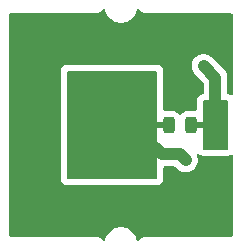
<source format=gbr>
%TF.GenerationSoftware,KiCad,Pcbnew,9.0.3*%
%TF.CreationDate,2025-07-12T02:05:34+02:00*%
%TF.ProjectId,ialed,69616c65-642e-46b6-9963-61645f706362,rev?*%
%TF.SameCoordinates,Original*%
%TF.FileFunction,Copper,L2,Bot*%
%TF.FilePolarity,Positive*%
%FSLAX46Y46*%
G04 Gerber Fmt 4.6, Leading zero omitted, Abs format (unit mm)*
G04 Created by KiCad (PCBNEW 9.0.3) date 2025-07-12 02:05:34*
%MOMM*%
%LPD*%
G01*
G04 APERTURE LIST*
G04 Aperture macros list*
%AMRoundRect*
0 Rectangle with rounded corners*
0 $1 Rounding radius*
0 $2 $3 $4 $5 $6 $7 $8 $9 X,Y pos of 4 corners*
0 Add a 4 corners polygon primitive as box body*
4,1,4,$2,$3,$4,$5,$6,$7,$8,$9,$2,$3,0*
0 Add four circle primitives for the rounded corners*
1,1,$1+$1,$2,$3*
1,1,$1+$1,$4,$5*
1,1,$1+$1,$6,$7*
1,1,$1+$1,$8,$9*
0 Add four rect primitives between the rounded corners*
20,1,$1+$1,$2,$3,$4,$5,0*
20,1,$1+$1,$4,$5,$6,$7,0*
20,1,$1+$1,$6,$7,$8,$9,0*
20,1,$1+$1,$8,$9,$2,$3,0*%
G04 Aperture macros list end*
%TA.AperFunction,Conductor*%
%ADD10C,0.200000*%
%TD*%
%TA.AperFunction,SMDPad,CuDef*%
%ADD11RoundRect,0.243750X-0.243750X-0.456250X0.243750X-0.456250X0.243750X0.456250X-0.243750X0.456250X0*%
%TD*%
%TA.AperFunction,ViaPad*%
%ADD12C,0.600000*%
%TD*%
%TA.AperFunction,Conductor*%
%ADD13C,1.000000*%
%TD*%
%TA.AperFunction,Conductor*%
%ADD14C,0.500000*%
%TD*%
G04 APERTURE END LIST*
%TO.N,Net-(D1-K)*%
D10*
X5500000Y-5500000D02*
X13000000Y-5500000D01*
X13000000Y-14500000D01*
X5500000Y-14500000D01*
X5500000Y-5500000D01*
%TA.AperFunction,Conductor*%
G36*
X5500000Y-5500000D02*
G01*
X13000000Y-5500000D01*
X13000000Y-14500000D01*
X5500000Y-14500000D01*
X5500000Y-5500000D01*
G37*
%TD.AperFunction*%
%TO.N,Net-(D1-A)*%
X17000000Y-8000000D02*
X19000000Y-8000000D01*
X19000000Y-12000000D01*
X17000000Y-12000000D01*
X17000000Y-8000000D01*
%TA.AperFunction,Conductor*%
G36*
X17000000Y-8000000D02*
G01*
X19000000Y-8000000D01*
X19000000Y-12000000D01*
X17000000Y-12000000D01*
X17000000Y-8000000D01*
G37*
%TD.AperFunction*%
%TD*%
D11*
%TO.P,D1,1,K*%
%TO.N,Net-(D1-K)*%
X14062500Y-10000000D03*
%TO.P,D1,2,A*%
%TO.N,Net-(D1-A)*%
X15937500Y-10000000D03*
%TD*%
D12*
%TO.N,Net-(D1-K)*%
X15500000Y-13000000D03*
X15000000Y-12500000D03*
%TO.N,Net-(D1-A)*%
X17500000Y-10000000D03*
X18000000Y-9500000D03*
X18000000Y-8500000D03*
%TO.N,GND*%
X18000000Y-2000000D03*
X18000000Y-3500000D03*
X15500000Y-7500000D03*
X14000000Y-7500000D03*
X18000000Y-17500000D03*
X18000000Y-15500000D03*
X18000000Y-13000000D03*
X9500000Y-17000000D03*
X7500000Y-17000000D03*
X5500000Y-17000000D03*
X2500000Y-13000000D03*
X2500000Y-11500000D03*
X2500000Y-10000000D03*
X2500000Y-8500000D03*
X2500000Y-7000000D03*
X8500000Y-4000000D03*
X6537983Y-4000000D03*
X5000000Y-4000000D03*
%TO.N,Net-(D1-K)*%
X14000000Y-12500000D03*
X13000000Y-12000000D03*
X12250000Y-11250000D03*
X12500000Y-10000000D03*
%TO.N,Net-(D1-A)*%
X18000000Y-7500000D03*
X18000000Y-6000000D03*
X17000000Y-5000000D03*
%TD*%
D13*
%TO.N,Net-(D1-A)*%
X18000000Y-9500000D02*
X18000000Y-6000000D01*
X18000000Y-6000000D02*
X17000000Y-5000000D01*
%TO.N,Net-(D1-K)*%
X13500000Y-12500000D02*
X15000000Y-12500000D01*
X15000000Y-12500000D02*
X15500000Y-13000000D01*
X12250000Y-11250000D02*
X13500000Y-12500000D01*
D14*
X14062500Y-10000000D02*
X12500000Y-10000000D01*
%TO.N,Net-(D1-A)*%
X17000000Y-10000000D02*
X15937500Y-10000000D01*
%TD*%
%TA.AperFunction,Conductor*%
%TO.N,GND*%
G36*
X8629839Y-193381D02*
G01*
X8670367Y-250296D01*
X8675660Y-271454D01*
X8681339Y-307314D01*
X8682754Y-316243D01*
X8743119Y-502027D01*
X8748444Y-518414D01*
X8844951Y-707820D01*
X8969890Y-879786D01*
X9120213Y-1030109D01*
X9292179Y-1155048D01*
X9292181Y-1155049D01*
X9292184Y-1155051D01*
X9481588Y-1251557D01*
X9683757Y-1317246D01*
X9893713Y-1350500D01*
X9893714Y-1350500D01*
X10106286Y-1350500D01*
X10106287Y-1350500D01*
X10316243Y-1317246D01*
X10518412Y-1251557D01*
X10707816Y-1155051D01*
X10729789Y-1139086D01*
X10879786Y-1030109D01*
X10879788Y-1030106D01*
X10879792Y-1030104D01*
X11030104Y-879792D01*
X11030106Y-879788D01*
X11030109Y-879786D01*
X11155048Y-707820D01*
X11155047Y-707820D01*
X11155051Y-707816D01*
X11251557Y-518412D01*
X11317246Y-316243D01*
X11324340Y-271452D01*
X11354266Y-208321D01*
X11413577Y-171389D01*
X11483440Y-172385D01*
X11541673Y-210994D01*
X11554199Y-228851D01*
X11599500Y-307314D01*
X11692686Y-400500D01*
X11806814Y-466392D01*
X11934108Y-500500D01*
X12065892Y-500500D01*
X19134108Y-500500D01*
X19190243Y-500500D01*
X19209640Y-502027D01*
X19225080Y-504472D01*
X19273154Y-512086D01*
X19310046Y-524073D01*
X19358544Y-548783D01*
X19389929Y-571586D01*
X19428413Y-610070D01*
X19451217Y-641457D01*
X19475925Y-689950D01*
X19487913Y-726845D01*
X19497973Y-790358D01*
X19499500Y-809757D01*
X19499500Y-7380214D01*
X19479815Y-7447253D01*
X19427011Y-7493008D01*
X19357853Y-7502952D01*
X19313501Y-7487602D01*
X19231784Y-7440423D01*
X19231785Y-7440423D01*
X19143044Y-7416645D01*
X19092405Y-7403076D01*
X19032746Y-7366712D01*
X19002217Y-7303865D01*
X19000500Y-7283302D01*
X19000500Y-6104675D01*
X19000501Y-6104654D01*
X19000501Y-5901457D01*
X19000500Y-5901455D01*
X18962053Y-5708172D01*
X18962052Y-5708165D01*
X18886632Y-5526086D01*
X18886631Y-5526085D01*
X18886628Y-5526079D01*
X18777140Y-5362219D01*
X18777137Y-5362215D01*
X17637784Y-4222863D01*
X17637780Y-4222860D01*
X17473920Y-4113372D01*
X17473910Y-4113367D01*
X17291836Y-4037949D01*
X17291828Y-4037947D01*
X17098543Y-3999500D01*
X17098540Y-3999500D01*
X16901460Y-3999500D01*
X16901457Y-3999500D01*
X16708171Y-4037947D01*
X16708163Y-4037949D01*
X16526089Y-4113367D01*
X16526079Y-4113372D01*
X16362219Y-4222860D01*
X16362215Y-4222863D01*
X16222863Y-4362215D01*
X16222860Y-4362219D01*
X16113372Y-4526079D01*
X16113367Y-4526089D01*
X16037949Y-4708163D01*
X16037947Y-4708171D01*
X15999500Y-4901455D01*
X15999500Y-5098544D01*
X16037947Y-5291828D01*
X16037949Y-5291836D01*
X16113367Y-5473910D01*
X16113372Y-5473920D01*
X16222860Y-5637780D01*
X16222863Y-5637784D01*
X16963181Y-6378101D01*
X16996666Y-6439424D01*
X16999500Y-6465782D01*
X16999500Y-7283302D01*
X16979815Y-7350341D01*
X16927011Y-7396096D01*
X16907595Y-7403076D01*
X16876654Y-7411367D01*
X16768214Y-7440423D01*
X16768209Y-7440426D01*
X16631290Y-7519475D01*
X16631282Y-7519481D01*
X16519481Y-7631282D01*
X16519475Y-7631290D01*
X16440426Y-7768209D01*
X16440423Y-7768216D01*
X16399500Y-7920943D01*
X16399500Y-8679416D01*
X16379815Y-8746455D01*
X16327011Y-8792210D01*
X16262898Y-8802774D01*
X16230857Y-8799500D01*
X16230848Y-8799500D01*
X15644152Y-8799500D01*
X15644144Y-8799500D01*
X15542223Y-8809913D01*
X15377077Y-8864637D01*
X15377066Y-8864642D01*
X15229000Y-8955971D01*
X15228996Y-8955974D01*
X15105974Y-9078996D01*
X15105971Y-9079000D01*
X15105538Y-9079703D01*
X15105114Y-9080083D01*
X15101493Y-9084664D01*
X15100710Y-9084045D01*
X15053590Y-9126428D01*
X14984628Y-9137649D01*
X14920546Y-9109806D01*
X14898657Y-9084544D01*
X14898507Y-9084664D01*
X14895859Y-9081315D01*
X14894462Y-9079703D01*
X14894028Y-9079000D01*
X14894025Y-9078996D01*
X14771003Y-8955974D01*
X14770999Y-8955971D01*
X14622933Y-8864642D01*
X14622927Y-8864639D01*
X14622925Y-8864638D01*
X14622922Y-8864637D01*
X14457776Y-8809913D01*
X14355855Y-8799500D01*
X14355848Y-8799500D01*
X13769152Y-8799500D01*
X13769142Y-8799500D01*
X13737102Y-8802774D01*
X13668409Y-8790005D01*
X13617525Y-8742124D01*
X13600500Y-8679416D01*
X13600500Y-5420945D01*
X13600500Y-5420943D01*
X13559577Y-5268216D01*
X13559573Y-5268209D01*
X13480524Y-5131290D01*
X13480518Y-5131282D01*
X13368717Y-5019481D01*
X13368709Y-5019475D01*
X13231790Y-4940426D01*
X13231786Y-4940424D01*
X13231784Y-4940423D01*
X13079057Y-4899500D01*
X5579057Y-4899500D01*
X5420943Y-4899500D01*
X5268216Y-4940423D01*
X5268209Y-4940426D01*
X5131290Y-5019475D01*
X5131282Y-5019481D01*
X5019481Y-5131282D01*
X5019475Y-5131290D01*
X4940426Y-5268209D01*
X4940423Y-5268216D01*
X4899500Y-5420943D01*
X4899500Y-14579056D01*
X4940423Y-14731783D01*
X4940426Y-14731790D01*
X5019475Y-14868709D01*
X5019479Y-14868714D01*
X5019480Y-14868716D01*
X5131284Y-14980520D01*
X5131286Y-14980521D01*
X5131290Y-14980524D01*
X5268209Y-15059573D01*
X5268216Y-15059577D01*
X5420943Y-15100500D01*
X5420945Y-15100500D01*
X13079055Y-15100500D01*
X13079057Y-15100500D01*
X13231784Y-15059577D01*
X13368716Y-14980520D01*
X13480520Y-14868716D01*
X13559577Y-14731784D01*
X13600500Y-14579057D01*
X13600500Y-13624500D01*
X13620185Y-13557461D01*
X13672989Y-13511706D01*
X13724500Y-13500500D01*
X14534218Y-13500500D01*
X14601257Y-13520185D01*
X14621899Y-13536819D01*
X14862215Y-13777136D01*
X14862219Y-13777139D01*
X15026079Y-13886627D01*
X15026083Y-13886629D01*
X15026086Y-13886631D01*
X15208164Y-13962051D01*
X15401455Y-14000499D01*
X15401458Y-14000500D01*
X15401460Y-14000500D01*
X15598542Y-14000500D01*
X15598543Y-14000499D01*
X15791836Y-13962051D01*
X15973914Y-13886631D01*
X16137781Y-13777139D01*
X16277139Y-13637781D01*
X16386631Y-13473914D01*
X16462051Y-13291836D01*
X16500500Y-13098540D01*
X16500500Y-12901460D01*
X16500500Y-12901457D01*
X16500499Y-12901455D01*
X16462052Y-12708171D01*
X16462051Y-12708164D01*
X16419975Y-12606586D01*
X16412507Y-12537119D01*
X16443782Y-12474640D01*
X16503870Y-12438987D01*
X16573696Y-12441480D01*
X16622218Y-12471454D01*
X16631284Y-12480520D01*
X16631286Y-12480521D01*
X16631290Y-12480524D01*
X16710207Y-12526086D01*
X16768216Y-12559577D01*
X16920943Y-12600500D01*
X16920945Y-12600500D01*
X19079055Y-12600500D01*
X19079057Y-12600500D01*
X19231784Y-12559577D01*
X19313502Y-12512397D01*
X19381400Y-12495925D01*
X19447427Y-12518777D01*
X19490618Y-12573699D01*
X19499500Y-12619785D01*
X19499500Y-19190242D01*
X19497973Y-19209639D01*
X19497973Y-19209641D01*
X19487913Y-19273154D01*
X19475925Y-19310049D01*
X19451217Y-19358542D01*
X19428413Y-19389929D01*
X19389929Y-19428413D01*
X19358542Y-19451217D01*
X19310049Y-19475925D01*
X19273154Y-19487913D01*
X19235734Y-19493840D01*
X19209639Y-19497973D01*
X19190243Y-19499500D01*
X11934106Y-19499500D01*
X11806813Y-19533608D01*
X11806810Y-19533609D01*
X11692684Y-19599500D01*
X11625793Y-19666390D01*
X11625794Y-19666391D01*
X11599499Y-19692686D01*
X11554199Y-19771147D01*
X11503631Y-19819362D01*
X11435024Y-19832584D01*
X11370159Y-19806616D01*
X11329631Y-19749701D01*
X11324341Y-19728556D01*
X11317246Y-19683757D01*
X11251557Y-19481588D01*
X11155051Y-19292184D01*
X11155049Y-19292181D01*
X11155048Y-19292179D01*
X11030109Y-19120213D01*
X10879786Y-18969890D01*
X10707820Y-18844951D01*
X10518414Y-18748444D01*
X10518413Y-18748443D01*
X10518412Y-18748443D01*
X10316243Y-18682754D01*
X10316241Y-18682753D01*
X10316240Y-18682753D01*
X10154957Y-18657208D01*
X10106287Y-18649500D01*
X9893713Y-18649500D01*
X9845042Y-18657208D01*
X9683760Y-18682753D01*
X9481585Y-18748444D01*
X9292179Y-18844951D01*
X9120213Y-18969890D01*
X8969890Y-19120213D01*
X8844951Y-19292179D01*
X8748444Y-19481585D01*
X8682753Y-19683758D01*
X8675660Y-19728543D01*
X8665719Y-19749510D01*
X8660068Y-19772011D01*
X8651036Y-19780484D01*
X8645730Y-19791677D01*
X8626031Y-19803942D01*
X8609112Y-19819815D01*
X8596932Y-19822060D01*
X8586418Y-19828607D01*
X8563218Y-19828275D01*
X8540401Y-19832482D01*
X8528940Y-19827785D01*
X8516555Y-19827609D01*
X8497215Y-19814785D01*
X8475748Y-19805989D01*
X8464884Y-19793348D01*
X8458323Y-19788998D01*
X8451600Y-19780250D01*
X8448507Y-19775831D01*
X8400503Y-19692686D01*
X8374209Y-19666392D01*
X8307318Y-19599500D01*
X8193189Y-19533608D01*
X8065896Y-19499500D01*
X8065895Y-19499500D01*
X809757Y-19499500D01*
X790360Y-19497973D01*
X749549Y-19491509D01*
X726845Y-19487913D01*
X689950Y-19475925D01*
X641457Y-19451217D01*
X610070Y-19428413D01*
X571586Y-19389929D01*
X548782Y-19358542D01*
X524073Y-19310046D01*
X512086Y-19273152D01*
X502027Y-19209639D01*
X500500Y-19190242D01*
X500500Y-809758D01*
X502027Y-790360D01*
X510936Y-734109D01*
X512087Y-726845D01*
X524072Y-689955D01*
X548786Y-641452D01*
X571585Y-610073D01*
X610073Y-571585D01*
X641452Y-548786D01*
X689955Y-524072D01*
X726846Y-512086D01*
X790360Y-502026D01*
X809758Y-500500D01*
X8065890Y-500500D01*
X8065892Y-500500D01*
X8193186Y-466392D01*
X8307314Y-400500D01*
X8400500Y-307314D01*
X8445800Y-228851D01*
X8496367Y-180636D01*
X8564974Y-167413D01*
X8629839Y-193381D01*
G37*
%TD.AperFunction*%
%TD*%
M02*

</source>
